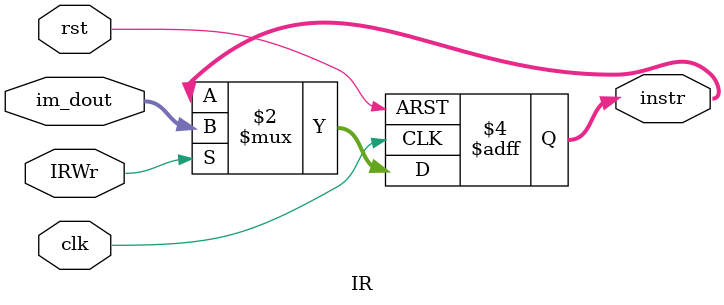
<source format=v>
module IR (clk, rst, IRWr, im_dout, instr);
               
   input         clk;
   input         rst;
   input         IRWr;//write
   input  [31:0] im_dout;
   output [31:0] instr;
   
   reg [31:0] instr;
               
   always @(posedge clk or posedge rst)
   begin
      if ( rst ) 
         instr <= 0;
      else if (IRWr)
         instr <= im_dout;
   end

endmodule

</source>
